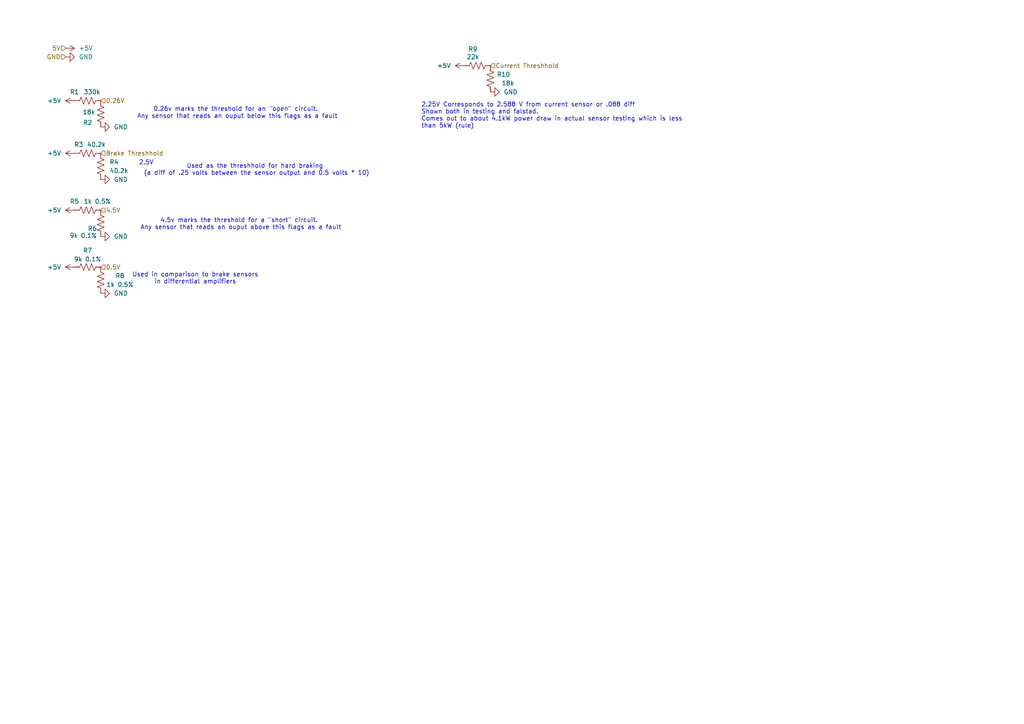
<source format=kicad_sch>
(kicad_sch (version 20231120) (generator "eeschema") (generator_version "8.0")
  (paper "A4")
  (title_block (title "Voltage Dividers") (date "2024-07-07") (rev "1.0"))
  (lib_symbols
    (symbol "Device:R_US" (pin_numbers hide) (pin_names (offset 0))
      (property "Reference" "R" (at 2.54 0 90))
      (property "Value" "R_US" (at -2.54 0 90))
      (symbol "R_US_0_1"
        (polyline (pts (xy 0 -2.286) (xy 0 -2.54)))
        (polyline (pts (xy 0 2.286) (xy 0 2.54)))
        (polyline (pts (xy 0 -0.762) (xy 1.016 -1.143) (xy 0 -1.524) (xy -1.016 -1.905) (xy 0 -2.286)))
        (polyline (pts (xy 0 0.762) (xy 1.016 0.381) (xy 0 0) (xy -1.016 -0.381) (xy 0 -0.762)))
        (polyline (pts (xy 0 2.286) (xy 1.016 1.905) (xy 0 1.524) (xy -1.016 1.143) (xy 0 0.762)))
      )
      (symbol "R_US_1_1"
        (pin passive line (at 0 3.81 270) (length 1.27) (name "~") (number "1"))
        (pin passive line (at 0 -3.81 90) (length 1.27) (name "~") (number "2"))
      )
    )
    (symbol "power:+5V" (power) (pin_names (offset 0))
      (property "Value" "+5V" (at 0 3.556 0))
      (symbol "+5V_0_1"
        (polyline (pts (xy -0.762 1.27) (xy 0 2.54)))
        (polyline (pts (xy 0 0) (xy 0 2.54)))
        (polyline (pts (xy 0 2.54) (xy 0.762 1.27)))
      )
      (symbol "+5V_1_1"
        (pin power_in line (at 0 0 90) (length 0) hide (name "+5V") (number "1"))
      )
    )
    (symbol "power:GND" (power) (pin_names (offset 0))
      (property "Value" "GND" (at 0 -3.81 0))
      (symbol "GND_0_1"
        (polyline (pts (xy 0 0) (xy 0 -1.27) (xy 1.27 -1.27) (xy 0 -2.54) (xy -1.27 -1.27) (xy 0 -1.27)))
      )
      (symbol "GND_1_1"
        (pin power_in line (at 0 0 270) (length 0) hide (name "GND") (number "1"))
      )
    )
  )
  (text "Used in comparison to brake sensors\nin differential amplifiers" (at 56.642 80.772 0) (effects (font (size 1.27 1.27))))
  (text "2.25V Corresponds to 2.588 V from current sensor or .088 diff\nShown both in testing and falstad.\nComes out to about 4.1kW power draw in actual sensor testing which is less\nthan 5kW (rule)" (at 122.174 37.338 0) (effects (font (size 1.27 1.27)) (justify left bottom)))
  (text "0.26v marks the threshold for an \"open\" circuit. \nAny sensor that reads an ouput below this flags as a fault" (at 68.834 32.766 0) (effects (font (size 1.27 1.27))))
  (text "2.5V" (at 42.418 47.244 0) (effects (font (size 1.27 1.27))))
  (text "Used as the threshhold for hard braking \n(a diff of .25 volts between the sensor output and 0.5 volts * 10)" (at 74.422 49.276 0) (effects (font (size 1.27 1.27))))
  (text "4.5v marks the threshold for a \"short\" circuit. \nAny sensor that reads an ouput above this flags as a fault" (at 69.85 65.024 0) (effects (font (size 1.27 1.27))))
  (hierarchical_label "0.26V" (shape input) (at 29.21 29.21 0))
  (hierarchical_label "GND" (shape input) (at 19.05 16.51 180))
  (hierarchical_label "4.5V" (shape input) (at 29.21 60.96 0))
  (hierarchical_label "0.5V" (shape input) (at 29.21 77.47 0))
  (hierarchical_label "Brake Threshhold" (shape input) (at 29.21 44.45 0))
  (hierarchical_label "Current Threshhold" (shape input) (at 142.24 19.05 0))
  (hierarchical_label "5V" (shape input) (at 19.05 13.97 180))
  (symbol (lib_id "Device:R_US") (at 29.21 64.77 0) (unit 1)
    (property "Reference" "R6" (at 26.797 66.294 0))
    (property "Value" "9k 0.1%" (at 24.13 68.326 0))
    (property "Footprint" "Resistor_SMD:R_0805_2012Metric_Pad1.20x1.40mm_HandSolder" (effects (hide yes)))
  )
  (symbol (lib_id "Device:R_US") (at 25.4 60.96 90) (unit 1)
    (property "Reference" "R5" (at 21.59 58.42 90))
    (property "Value" "1k 0.5%" (at 28.194 58.42 90))
    (property "Footprint" "Resistor_SMD:R_0805_2012Metric_Pad1.20x1.40mm_HandSolder" (effects (hide yes)))
  )
  (symbol (lib_id "power:GND") (at 19.05 16.51 90) (unit 1)
    (property "Reference" "#PWR059" (effects (hide yes)))
    (property "Value" "GND" (at 22.86 16.51 90) (effects (justify right)))
  )
  (symbol (lib_id "power:GND") (at 29.21 68.58 90) (unit 1)
    (property "Reference" "#PWR08" (effects (hide yes)))
    (property "Value" "GND" (at 33.02 68.58 90) (effects (justify right)))
  )
  (symbol (lib_id "power:+5V") (at 134.62 19.05 90) (unit 1)
    (property "Reference" "#PWR06" (effects (hide yes)))
    (property "Value" "+5V" (at 130.81 19.05 90) (effects (justify left)))
  )
  (symbol (lib_id "Device:R_US") (at 29.21 33.02 0) (unit 1)
    (property "Reference" "R2" (at 25.4 35.56 0))
    (property "Value" "18k" (at 25.781 32.512 0))
    (property "Footprint" "Resistor_SMD:R_0805_2012Metric_Pad1.20x1.40mm_HandSolder" (effects (hide yes)))
  )
  (symbol (lib_id "power:+5V") (at 21.59 44.45 90) (unit 1)
    (property "Reference" "#PWR025" (effects (hide yes)))
    (property "Value" "+5V" (at 17.78 44.45 90) (effects (justify left)))
  )
  (symbol (lib_id "Device:R_US") (at 29.21 81.28 180) (unit 1)
    (property "Reference" "R8" (at 34.798 80.01 0))
    (property "Value" "1k 0.5%" (at 34.798 82.55 0))
    (property "Footprint" "Resistor_SMD:R_0805_2012Metric_Pad1.20x1.40mm_HandSolder" (effects (hide yes)))
  )
  (symbol (lib_id "Device:R_US") (at 25.4 29.21 90) (unit 1)
    (property "Reference" "R1" (at 21.59 26.67 90))
    (property "Value" "330k" (at 26.67 26.67 90))
    (property "Footprint" "Resistor_SMD:R_0805_2012Metric_Pad1.20x1.40mm_HandSolder" (effects (hide yes)))
  )
  (symbol (lib_id "Device:R_US") (at 138.43 19.05 270) (unit 1)
    (property "Reference" "R9" (at 137.16 14.224 90))
    (property "Value" "22k" (at 137.16 16.51 90))
    (property "Footprint" "Resistor_SMD:R_0805_2012Metric_Pad1.20x1.40mm_HandSolder" (effects (hide yes)))
  )
  (symbol (lib_id "power:GND") (at 142.24 26.67 90) (unit 1)
    (property "Reference" "#PWR022" (effects (hide yes)))
    (property "Value" "GND" (at 146.05 26.67 90) (effects (justify right)))
  )
  (symbol (lib_id "power:+5V") (at 19.05 13.97 270) (unit 1)
    (property "Reference" "#PWR058" (effects (hide yes)))
    (property "Value" "+5V" (at 22.86 13.9699 90) (effects (justify left)))
  )
  (symbol (lib_id "power:GND") (at 29.21 85.09 90) (unit 1)
    (property "Reference" "#PWR057" (effects (hide yes)))
    (property "Value" "GND" (at 33.02 85.09 90) (effects (justify right)))
  )
  (symbol (lib_id "power:+5V") (at 21.59 77.47 90) (unit 1)
    (property "Reference" "#PWR033" (effects (hide yes)))
    (property "Value" "+5V" (at 17.78 77.47 90) (effects (justify left)))
  )
  (symbol (lib_id "Device:R_US") (at 25.4 77.47 90) (unit 1)
    (property "Reference" "R7" (at 25.4 72.644 90))
    (property "Value" "9k 0.1%" (at 25.4 75.184 90))
    (property "Footprint" "Resistor_SMD:R_0805_2012Metric_Pad1.20x1.40mm_HandSolder" (effects (hide yes)))
  )
  (symbol (lib_id "Device:R_US") (at 29.21 48.26 0) (unit 1)
    (property "Reference" "R4" (at 31.75 46.9899 0) (effects (justify left)))
    (property "Value" "40.2k" (at 31.75 49.5299 0) (effects (justify left)))
    (property "Footprint" "Resistor_SMD:R_0805_2012Metric_Pad1.20x1.40mm_HandSolder" (effects (hide yes)))
  )
  (symbol (lib_id "power:+5V") (at 21.59 60.96 90) (unit 1)
    (property "Reference" "#PWR05" (effects (hide yes)))
    (property "Value" "+5V" (at 17.78 60.96 90) (effects (justify left)))
  )
  (symbol (lib_id "Device:R_US") (at 142.24 22.86 0) (unit 1)
    (property "Reference" "R10" (at 146.05 21.59 0))
    (property "Value" "18k" (at 147.32 24.13 0))
    (property "Footprint" "Resistor_SMD:R_0805_2012Metric_Pad1.20x1.40mm_HandSolder" (effects (hide yes)))
  )
  (symbol (lib_id "Device:R_US") (at 25.4 44.45 90) (unit 1)
    (property "Reference" "R3" (at 22.86 41.91 90))
    (property "Value" "40.2k" (at 27.94 41.91 90))
    (property "Footprint" "Resistor_SMD:R_0805_2012Metric_Pad1.20x1.40mm_HandSolder" (effects (hide yes)))
  )
  (symbol (lib_id "power:+5V") (at 21.59 29.21 90) (unit 1)
    (property "Reference" "#PWR024" (effects (hide yes)))
    (property "Value" "+5V" (at 17.78 29.21 90) (effects (justify left)))
  )
  (symbol (lib_id "power:GND") (at 29.21 52.07 90) (unit 1)
    (property "Reference" "#PWR038" (effects (hide yes)))
    (property "Value" "GND" (at 33.02 52.07 90) (effects (justify right)))
  )
  (symbol (lib_id "power:GND") (at 29.21 36.83 90) (unit 1)
    (property "Reference" "#PWR037" (effects (hide yes)))
    (property "Value" "GND" (at 33.02 36.83 90) (effects (justify right)))
  )
)
</source>
